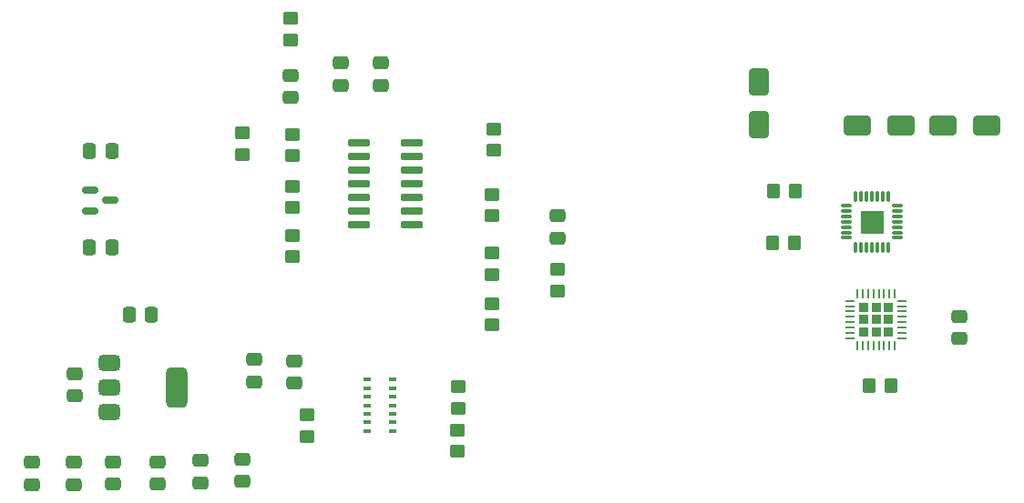
<source format=gbr>
%TF.GenerationSoftware,KiCad,Pcbnew,8.0.8*%
%TF.CreationDate,2025-03-11T03:54:01-05:00*%
%TF.ProjectId,finalproject,66696e61-6c70-4726-9f6a-6563742e6b69,rev?*%
%TF.SameCoordinates,Original*%
%TF.FileFunction,Paste,Top*%
%TF.FilePolarity,Positive*%
%FSLAX46Y46*%
G04 Gerber Fmt 4.6, Leading zero omitted, Abs format (unit mm)*
G04 Created by KiCad (PCBNEW 8.0.8) date 2025-03-11 03:54:01*
%MOMM*%
%LPD*%
G01*
G04 APERTURE LIST*
G04 Aperture macros list*
%AMRoundRect*
0 Rectangle with rounded corners*
0 $1 Rounding radius*
0 $2 $3 $4 $5 $6 $7 $8 $9 X,Y pos of 4 corners*
0 Add a 4 corners polygon primitive as box body*
4,1,4,$2,$3,$4,$5,$6,$7,$8,$9,$2,$3,0*
0 Add four circle primitives for the rounded corners*
1,1,$1+$1,$2,$3*
1,1,$1+$1,$4,$5*
1,1,$1+$1,$6,$7*
1,1,$1+$1,$8,$9*
0 Add four rect primitives between the rounded corners*
20,1,$1+$1,$2,$3,$4,$5,0*
20,1,$1+$1,$4,$5,$6,$7,0*
20,1,$1+$1,$6,$7,$8,$9,0*
20,1,$1+$1,$8,$9,$2,$3,0*%
G04 Aperture macros list end*
%ADD10C,0.010000*%
%ADD11RoundRect,0.232500X0.232500X0.232500X-0.232500X0.232500X-0.232500X-0.232500X0.232500X-0.232500X0*%
%ADD12RoundRect,0.062500X0.375000X0.062500X-0.375000X0.062500X-0.375000X-0.062500X0.375000X-0.062500X0*%
%ADD13RoundRect,0.062500X0.062500X0.375000X-0.062500X0.375000X-0.062500X-0.375000X0.062500X-0.375000X0*%
%ADD14RoundRect,0.250000X-0.475000X0.337500X-0.475000X-0.337500X0.475000X-0.337500X0.475000X0.337500X0*%
%ADD15RoundRect,0.075000X-0.910000X-0.225000X0.910000X-0.225000X0.910000X0.225000X-0.910000X0.225000X0*%
%ADD16RoundRect,0.250000X-0.450000X0.350000X-0.450000X-0.350000X0.450000X-0.350000X0.450000X0.350000X0*%
%ADD17RoundRect,0.250000X0.650000X-1.000000X0.650000X1.000000X-0.650000X1.000000X-0.650000X-1.000000X0*%
%ADD18RoundRect,0.250000X0.475000X-0.337500X0.475000X0.337500X-0.475000X0.337500X-0.475000X-0.337500X0*%
%ADD19RoundRect,0.250000X-0.350000X-0.450000X0.350000X-0.450000X0.350000X0.450000X-0.350000X0.450000X0*%
%ADD20RoundRect,0.250000X0.350000X0.450000X-0.350000X0.450000X-0.350000X-0.450000X0.350000X-0.450000X0*%
%ADD21RoundRect,0.250000X0.450000X-0.350000X0.450000X0.350000X-0.450000X0.350000X-0.450000X-0.350000X0*%
%ADD22RoundRect,0.375000X-0.625000X-0.375000X0.625000X-0.375000X0.625000X0.375000X-0.625000X0.375000X0*%
%ADD23RoundRect,0.500000X-0.500000X-1.400000X0.500000X-1.400000X0.500000X1.400000X-0.500000X1.400000X0*%
%ADD24RoundRect,0.250000X-1.000000X-0.650000X1.000000X-0.650000X1.000000X0.650000X-1.000000X0.650000X0*%
%ADD25RoundRect,0.250000X-0.337500X-0.475000X0.337500X-0.475000X0.337500X0.475000X-0.337500X0.475000X0*%
%ADD26RoundRect,0.250000X0.337500X0.475000X-0.337500X0.475000X-0.337500X-0.475000X0.337500X-0.475000X0*%
%ADD27RoundRect,0.087500X0.287500X0.087500X-0.287500X0.087500X-0.287500X-0.087500X0.287500X-0.087500X0*%
%ADD28RoundRect,0.032500X-0.097500X0.452500X-0.097500X-0.452500X0.097500X-0.452500X0.097500X0.452500X0*%
%ADD29RoundRect,0.032500X-0.452500X0.097500X-0.452500X-0.097500X0.452500X-0.097500X0.452500X0.097500X0*%
%ADD30RoundRect,0.150000X-0.587500X-0.150000X0.587500X-0.150000X0.587500X0.150000X-0.587500X0.150000X0*%
G04 APERTURE END LIST*
D10*
%TO.C,UART-TO-USB1*%
X172386000Y-92384000D02*
X170386000Y-92384000D01*
X170386000Y-90384000D01*
X172386000Y-90384000D01*
X172386000Y-92384000D01*
G36*
X172386000Y-92384000D02*
G01*
X170386000Y-92384000D01*
X170386000Y-90384000D01*
X172386000Y-90384000D01*
X172386000Y-92384000D01*
G37*
%TD*%
D11*
%TO.C,MCU1*%
X172918000Y-101642000D03*
X172918000Y-100492000D03*
X172918000Y-99342000D03*
X171768000Y-101642000D03*
X171768000Y-100492000D03*
X171768000Y-99342000D03*
X170618000Y-101642000D03*
X170618000Y-100492000D03*
X170618000Y-99342000D03*
D12*
X174205500Y-102242000D03*
X174205500Y-101742000D03*
X174205500Y-101242000D03*
X174205500Y-100742000D03*
X174205500Y-100242000D03*
X174205500Y-99742000D03*
X174205500Y-99242000D03*
X174205500Y-98742000D03*
D13*
X173518000Y-98054500D03*
X173018000Y-98054500D03*
X172518000Y-98054500D03*
X172018000Y-98054500D03*
X171518000Y-98054500D03*
X171018000Y-98054500D03*
X170518000Y-98054500D03*
X170018000Y-98054500D03*
D12*
X169330500Y-98742000D03*
X169330500Y-99242000D03*
X169330500Y-99742000D03*
X169330500Y-100242000D03*
X169330500Y-100742000D03*
X169330500Y-101242000D03*
X169330500Y-101742000D03*
X169330500Y-102242000D03*
D13*
X170018000Y-102929500D03*
X170518000Y-102929500D03*
X171018000Y-102929500D03*
X171518000Y-102929500D03*
X172018000Y-102929500D03*
X172518000Y-102929500D03*
X173018000Y-102929500D03*
X173518000Y-102929500D03*
%TD*%
D14*
%TO.C,C11*%
X108966000Y-113622000D03*
X108966000Y-115697000D03*
%TD*%
D15*
%TO.C,GSR1*%
X123701000Y-84074000D03*
X123701000Y-85344000D03*
X123701000Y-86614000D03*
X123701000Y-87884000D03*
X123701000Y-89154000D03*
X123701000Y-90424000D03*
X123701000Y-91694000D03*
X128651000Y-91694000D03*
X128651000Y-90424000D03*
X128651000Y-89154000D03*
X128651000Y-87884000D03*
X128651000Y-86614000D03*
X128651000Y-85344000D03*
X128651000Y-84074000D03*
%TD*%
D14*
%TO.C,C9*%
X122023000Y-76600000D03*
X122023000Y-78675000D03*
%TD*%
D16*
%TO.C,R8*%
X136209000Y-82755000D03*
X136209000Y-84755000D03*
%TD*%
D17*
%TO.C,D1*%
X160839000Y-78331000D03*
X160839000Y-82331000D03*
%TD*%
D14*
%TO.C,C6*%
X97183000Y-113789000D03*
X97183000Y-115864000D03*
%TD*%
%TO.C,C7*%
X100838000Y-113749000D03*
X100838000Y-115824000D03*
%TD*%
D18*
%TO.C,C16*%
X97307000Y-107590500D03*
X97307000Y-105515500D03*
%TD*%
D16*
%TO.C,R10*%
X136082000Y-94296000D03*
X136082000Y-96296000D03*
%TD*%
D19*
%TO.C,R13*%
X171148000Y-106667000D03*
X173148000Y-106667000D03*
%TD*%
D20*
%TO.C,R15*%
X162274000Y-88506000D03*
X164274000Y-88506000D03*
%TD*%
D21*
%TO.C,R9*%
X136082000Y-101011000D03*
X136082000Y-99011000D03*
%TD*%
%TO.C,R3*%
X117498000Y-85247000D03*
X117498000Y-83247000D03*
%TD*%
D22*
%TO.C,3.3V_1.8V1*%
X100507000Y-104507000D03*
X100507000Y-106807000D03*
D23*
X106807000Y-106807000D03*
D22*
X100507000Y-109107000D03*
%TD*%
D21*
%TO.C,R12*%
X142178000Y-97836000D03*
X142178000Y-95836000D03*
%TD*%
D24*
%TO.C,D2*%
X182016000Y-82458000D03*
X178016000Y-82458000D03*
%TD*%
D21*
%TO.C,R7*%
X112841000Y-85104000D03*
X112841000Y-83104000D03*
%TD*%
D18*
%TO.C,C13*%
X179534000Y-102261500D03*
X179534000Y-100186500D03*
%TD*%
D14*
%TO.C,C12*%
X112903000Y-113495000D03*
X112903000Y-115570000D03*
%TD*%
D25*
%TO.C,C14*%
X98687500Y-93792000D03*
X100762500Y-93792000D03*
%TD*%
D16*
%TO.C,R4*%
X117371000Y-72452000D03*
X117371000Y-74452000D03*
%TD*%
D26*
%TO.C,C17*%
X104440500Y-100076000D03*
X102365500Y-100076000D03*
%TD*%
D14*
%TO.C,C8*%
X125753000Y-76605500D03*
X125753000Y-78680500D03*
%TD*%
%TO.C,C3*%
X117371000Y-77748500D03*
X117371000Y-79823500D03*
%TD*%
D27*
%TO.C,HEART1*%
X126873000Y-110871000D03*
X126873000Y-110071000D03*
X126873000Y-109271000D03*
X126873000Y-108471000D03*
X126873000Y-107671000D03*
X126873000Y-106871000D03*
X126873000Y-106071000D03*
X124473000Y-106071000D03*
X124473000Y-106871000D03*
X124473000Y-107671000D03*
X124473000Y-108471000D03*
X124473000Y-109271000D03*
X124473000Y-110071000D03*
X124473000Y-110871000D03*
%TD*%
D16*
%TO.C,R5*%
X117498000Y-88073000D03*
X117498000Y-90073000D03*
%TD*%
D18*
%TO.C,C4*%
X142178000Y-92920500D03*
X142178000Y-90845500D03*
%TD*%
D19*
%TO.C,R16*%
X162147000Y-93332000D03*
X164147000Y-93332000D03*
%TD*%
D21*
%TO.C,R14*%
X118872000Y-111379000D03*
X118872000Y-109379000D03*
%TD*%
D24*
%TO.C,D3*%
X174047000Y-82458000D03*
X170047000Y-82458000D03*
%TD*%
D25*
%TO.C,C15*%
X98687500Y-84775000D03*
X100762500Y-84775000D03*
%TD*%
D14*
%TO.C,C10*%
X105029000Y-113749000D03*
X105029000Y-115824000D03*
%TD*%
D21*
%TO.C,R1*%
X132969000Y-108728000D03*
X132969000Y-106728000D03*
%TD*%
D14*
%TO.C,C5*%
X93345000Y-113789000D03*
X93345000Y-115864000D03*
%TD*%
D28*
%TO.C,UART-TO-USB1*%
X172886000Y-89014000D03*
X172386000Y-89014000D03*
X171886000Y-89014000D03*
X171386000Y-89014000D03*
X170886000Y-89014000D03*
X170386000Y-89014000D03*
X169886000Y-89014000D03*
D29*
X169016000Y-89884000D03*
X169016000Y-90384000D03*
X169016000Y-90884000D03*
X169016000Y-91384000D03*
X169016000Y-91884000D03*
X169016000Y-92384000D03*
X169016000Y-92884000D03*
D28*
X169886000Y-93754000D03*
X170386000Y-93754000D03*
X170886000Y-93754000D03*
X171386000Y-93754000D03*
X171886000Y-93754000D03*
X172386000Y-93754000D03*
X172886000Y-93754000D03*
D29*
X173756000Y-92884000D03*
X173756000Y-92384000D03*
X173756000Y-91884000D03*
X173756000Y-91384000D03*
X173756000Y-90884000D03*
X173756000Y-90384000D03*
X173756000Y-89884000D03*
%TD*%
D14*
%TO.C,C1*%
X117729000Y-104351000D03*
X117729000Y-106426000D03*
%TD*%
%TO.C,C2*%
X114004000Y-104227500D03*
X114004000Y-106302500D03*
%TD*%
D30*
%TO.C,5V_3.3V1*%
X98709000Y-88458000D03*
X98709000Y-90358000D03*
X100584000Y-89408000D03*
%TD*%
D16*
%TO.C,R11*%
X136040000Y-88835000D03*
X136040000Y-90835000D03*
%TD*%
%TO.C,R6*%
X117498000Y-92645000D03*
X117498000Y-94645000D03*
%TD*%
%TO.C,R2*%
X132842000Y-110776000D03*
X132842000Y-112776000D03*
%TD*%
M02*

</source>
